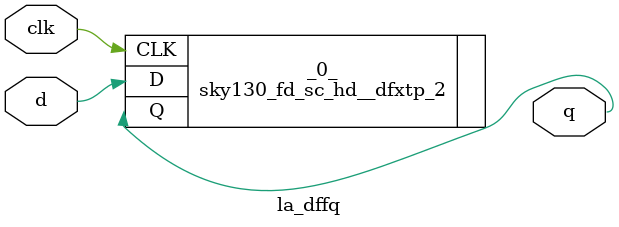
<source format=v>

module la_dffq(d, clk, q);
  input clk;
  input d;
  output q;
  sky130_fd_sc_hd__dfxtp_2 _0_ (
    .CLK(clk),
    .D(d),
    .Q(q)
  );
endmodule

</source>
